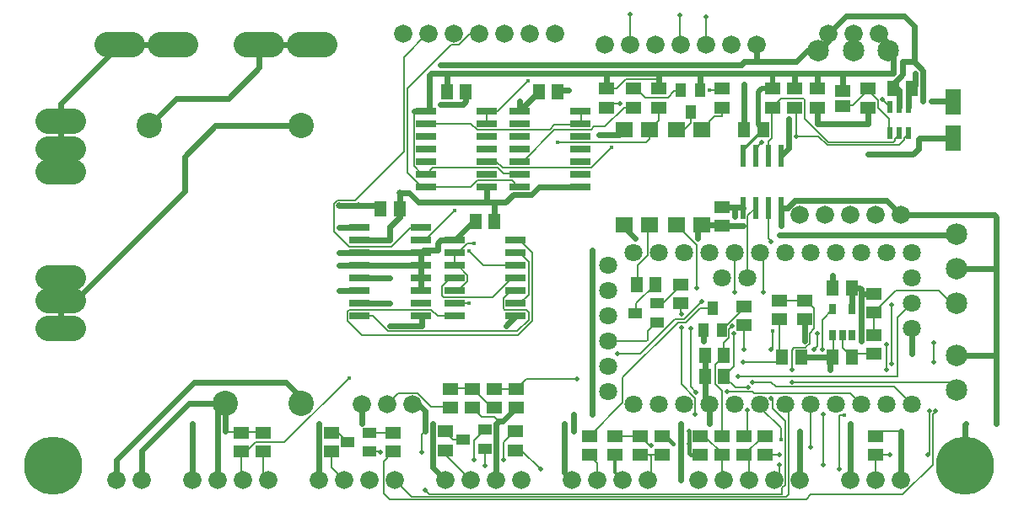
<source format=gbl>
G04 EAGLE Gerber RS-274X export*
G75*
%MOMM*%
%FSLAX34Y34*%
%LPD*%
%INBottom Copper*%
%IPPOS*%
%AMOC8*
5,1,8,0,0,1.08239X$1,22.5*%
G01*
%ADD10R,1.300000X1.500000*%
%ADD11C,1.828800*%
%ADD12R,1.500000X1.300000*%
%ADD13R,2.032000X0.660400*%
%ADD14R,1.000000X1.400000*%
%ADD15C,2.540000*%
%ADD16C,2.540000*%
%ADD17R,1.780000X1.550000*%
%ADD18C,2.160000*%
%ADD19R,0.550000X1.200000*%
%ADD20R,1.600200X1.168400*%
%ADD21R,1.600000X2.600000*%
%ADD22R,0.600000X2.200000*%
%ADD23R,1.400000X1.000000*%
%ADD24C,1.800000*%
%ADD25R,0.690000X0.990000*%
%ADD26C,5.842000*%
%ADD27C,0.609600*%
%ADD28C,0.502400*%
%ADD29C,0.127000*%
%ADD30C,0.304800*%
%ADD31C,0.406400*%
%ADD32C,0.452400*%
%ADD33C,0.152400*%
%ADD34C,0.652400*%
%ADD35C,0.508000*%


D10*
X387325Y298450D03*
X368325Y298450D03*
X482575Y285750D03*
X463575Y285750D03*
X454000Y415925D03*
X435000Y415925D03*
D11*
X492813Y474075D03*
X518213Y474075D03*
X543613Y474075D03*
X467413Y474075D03*
X442013Y474075D03*
X416613Y474075D03*
X391213Y474075D03*
X644213Y463550D03*
X618813Y463550D03*
X593413Y463550D03*
X669613Y463550D03*
X695013Y463550D03*
X720413Y463550D03*
X745813Y463550D03*
D12*
X647700Y400075D03*
X647700Y419075D03*
X711200Y419075D03*
X711200Y400075D03*
X622300Y419075D03*
X622300Y400075D03*
D13*
X475234Y396875D03*
X413766Y396875D03*
X475234Y384175D03*
X475234Y371475D03*
X413766Y384175D03*
X413766Y371475D03*
X475234Y358775D03*
X413766Y358775D03*
X475234Y346075D03*
X475234Y333375D03*
X413766Y346075D03*
X413766Y333375D03*
X475234Y320675D03*
X413766Y320675D03*
X569059Y396825D03*
X507591Y396825D03*
X569059Y384125D03*
X569059Y371425D03*
X507591Y384125D03*
X507591Y371425D03*
X569059Y358725D03*
X507591Y358725D03*
X569059Y346025D03*
X569059Y333325D03*
X507591Y346025D03*
X507591Y333325D03*
X569059Y320625D03*
X507591Y320625D03*
X408559Y279400D03*
X347091Y279400D03*
X408559Y266700D03*
X408559Y254000D03*
X347091Y266700D03*
X347091Y254000D03*
X408559Y241300D03*
X347091Y241300D03*
X408559Y228600D03*
X347091Y228600D03*
X408559Y215900D03*
X408559Y203200D03*
X347091Y215900D03*
X347091Y203200D03*
X408559Y190500D03*
X347091Y190500D03*
X503809Y266700D03*
X442341Y266700D03*
X503809Y254000D03*
X503809Y241300D03*
X442341Y254000D03*
X442341Y241300D03*
X503809Y228600D03*
X442341Y228600D03*
X503809Y215900D03*
X503809Y203200D03*
X442341Y215900D03*
X442341Y203200D03*
X503809Y190500D03*
X442341Y190500D03*
D10*
X546075Y415925D03*
X527075Y415925D03*
D14*
X679450Y395400D03*
X688950Y417400D03*
X669950Y417400D03*
D15*
X288200Y102550D03*
X212200Y102550D03*
X135800Y381950D03*
X288200Y381950D03*
D16*
X172550Y463550D02*
X147150Y463550D01*
X119550Y463550D02*
X94150Y463550D01*
X286850Y463550D02*
X312250Y463550D01*
X259250Y463550D02*
X233850Y463550D01*
D17*
X665163Y377900D03*
X690563Y377900D03*
X690563Y282500D03*
X665163Y282500D03*
D10*
X644500Y222250D03*
X625500Y222250D03*
D12*
X228600Y73000D03*
X228600Y54000D03*
X250825Y73000D03*
X250825Y54000D03*
X793750Y187350D03*
X793750Y206350D03*
D10*
X771550Y149225D03*
X790550Y149225D03*
D18*
X946150Y115813D03*
X946150Y150813D03*
D12*
X806450Y400075D03*
X806450Y419075D03*
X711200Y300013D03*
X711200Y281013D03*
D10*
X882675Y419100D03*
X901675Y419100D03*
D19*
X898500Y374349D03*
X889000Y374349D03*
X879500Y374349D03*
X879500Y400351D03*
X898500Y400351D03*
X889000Y400351D03*
D12*
X857250Y400075D03*
X857250Y419075D03*
D20*
X831850Y401955D03*
X831850Y417195D03*
D12*
X784225Y400075D03*
X784225Y419075D03*
X762000Y400075D03*
X762000Y419075D03*
D21*
X942975Y405350D03*
X942975Y369350D03*
D22*
X744538Y351438D03*
X744538Y299438D03*
X731838Y351438D03*
X757238Y351438D03*
X769938Y351438D03*
X731838Y299438D03*
X757238Y299438D03*
X769938Y299438D03*
D10*
X752450Y377825D03*
X733450Y377825D03*
D11*
X611188Y25400D03*
X585788Y25400D03*
X560388Y25400D03*
X636588Y25400D03*
D12*
X381000Y73000D03*
X381000Y54000D03*
X503238Y74588D03*
X503238Y55588D03*
D23*
X450963Y66675D03*
X472963Y57175D03*
X472963Y76175D03*
D11*
X230188Y25400D03*
X204788Y25400D03*
X179388Y25400D03*
X255588Y25400D03*
X738188Y25400D03*
X712788Y25400D03*
X687388Y25400D03*
X763588Y25400D03*
X788988Y25400D03*
X357188Y25400D03*
X331788Y25400D03*
X306388Y25400D03*
X382588Y25400D03*
X484188Y25400D03*
X458788Y25400D03*
X433388Y25400D03*
X509588Y25400D03*
X890588Y25400D03*
X865188Y25400D03*
X839788Y25400D03*
D24*
X901700Y254000D03*
X876300Y254000D03*
X850900Y254000D03*
X825500Y254000D03*
X800100Y254000D03*
X774700Y254000D03*
X749300Y254000D03*
X723900Y254000D03*
X698500Y254000D03*
X673100Y254000D03*
X647700Y254000D03*
X622300Y254000D03*
X901700Y228600D03*
X901700Y203200D03*
X901700Y177800D03*
X596900Y241300D03*
X596900Y215900D03*
X596900Y190500D03*
X596900Y165100D03*
X596900Y139700D03*
X596900Y114300D03*
X711200Y228600D03*
X736600Y228600D03*
X901700Y101600D03*
X876300Y101600D03*
X850900Y101600D03*
X825500Y101600D03*
X800100Y101600D03*
X774700Y101600D03*
X723900Y101600D03*
X698500Y101600D03*
X647700Y101600D03*
X622300Y101600D03*
X673100Y101600D03*
X749300Y101600D03*
D25*
X841350Y171250D03*
X831850Y171250D03*
X822350Y171250D03*
X822350Y197150D03*
X841350Y197150D03*
D12*
X863600Y212700D03*
X863600Y193700D03*
X863600Y152425D03*
X863600Y171425D03*
D10*
X822350Y149225D03*
X841350Y149225D03*
D12*
X768350Y187350D03*
X768350Y206350D03*
X482600Y117450D03*
X482600Y98450D03*
X504825Y117450D03*
X504825Y98450D03*
X438150Y98450D03*
X438150Y117450D03*
X460375Y117450D03*
X460375Y98450D03*
D11*
X400050Y101600D03*
X374650Y101600D03*
X349250Y101600D03*
D26*
X955000Y40000D03*
X40000Y40000D03*
D10*
X841350Y219075D03*
X822350Y219075D03*
D23*
X335075Y63500D03*
X357075Y54000D03*
X357075Y73000D03*
X624000Y193675D03*
X646000Y184175D03*
X646000Y203175D03*
D12*
X733425Y200000D03*
X733425Y181000D03*
X603250Y50825D03*
X603250Y69825D03*
D14*
X701675Y198325D03*
X692175Y176325D03*
X711175Y176325D03*
D12*
X577850Y50825D03*
X577850Y69825D03*
X669925Y222225D03*
X669925Y203225D03*
X650875Y50825D03*
X650875Y69825D03*
X628650Y69825D03*
X628650Y50825D03*
D17*
X638175Y282500D03*
X612775Y282500D03*
X612775Y377900D03*
X638175Y377900D03*
D18*
X946150Y203200D03*
X946150Y238200D03*
X946150Y273200D03*
D16*
X60325Y358775D02*
X34925Y358775D01*
X34925Y206375D02*
X60325Y206375D01*
D11*
X128588Y25400D03*
X103188Y25400D03*
D12*
X865188Y50825D03*
X865188Y69825D03*
X711200Y69825D03*
X711200Y50825D03*
X733425Y69825D03*
X733425Y50825D03*
X688975Y50825D03*
X688975Y69825D03*
X754063Y50825D03*
X754063Y69825D03*
D10*
X712763Y150813D03*
X693763Y150813D03*
X712763Y130175D03*
X693763Y130175D03*
D16*
X60325Y386715D02*
X34925Y386715D01*
X34925Y178435D02*
X60325Y178435D01*
X60325Y229235D02*
X34925Y229235D01*
X34925Y335915D02*
X60325Y335915D01*
D12*
X595313Y400075D03*
X595313Y419075D03*
D11*
X817613Y474075D03*
X843013Y474075D03*
X868413Y474075D03*
D12*
X319088Y54000D03*
X319088Y73000D03*
X433388Y55588D03*
X433388Y74588D03*
D11*
X839788Y292100D03*
X814388Y292100D03*
X788988Y292100D03*
X865188Y292100D03*
X890588Y292100D03*
D18*
X878000Y457000D03*
X843000Y457000D03*
X808000Y457000D03*
D27*
X839788Y82550D02*
X839788Y25400D01*
D28*
X839788Y82550D03*
D27*
X955000Y81875D02*
X955000Y40000D01*
X955000Y81875D02*
X955675Y82550D01*
D28*
X955675Y82550D03*
X669925Y82550D03*
D27*
X552450Y82550D02*
X552450Y33338D01*
X560388Y25400D01*
D28*
X552450Y82550D03*
D27*
X484281Y25493D02*
X484188Y25400D01*
X484281Y25493D02*
X484281Y82550D01*
D28*
X349250Y82550D03*
D27*
X349250Y101600D01*
X306388Y82550D02*
X306388Y25400D01*
D28*
X306388Y82550D03*
X179388Y82550D03*
D27*
X179388Y25400D01*
D28*
X986425Y82550D03*
D27*
X986425Y150813D01*
X986425Y238200D01*
D28*
X822325Y231775D03*
D27*
X822350Y231750D01*
X822350Y219075D01*
X698500Y101600D02*
X698500Y82550D01*
D28*
X698500Y82550D03*
X484281Y82550D03*
X901700Y152400D03*
D29*
X822960Y151130D02*
X822960Y170180D01*
X822350Y171250D01*
X822960Y151130D02*
X822350Y149225D01*
D27*
X986350Y238200D02*
X986425Y238200D01*
X986350Y238200D02*
X946150Y238200D01*
X946150Y150813D02*
X986425Y150813D01*
X103188Y46038D02*
X103188Y25400D01*
X180975Y123825D02*
X273050Y123825D01*
X288200Y108675D01*
X288200Y102550D01*
X180975Y123825D02*
X103188Y46038D01*
D28*
X669925Y25400D03*
D27*
X669925Y82550D01*
X901700Y152400D02*
X901700Y177800D01*
X986425Y238275D02*
X986425Y289925D01*
X986425Y238275D02*
X986350Y238200D01*
D30*
X611188Y25400D02*
X603250Y33338D01*
X603250Y50825D01*
D28*
X819150Y136525D03*
D27*
X819150Y146025D01*
X822350Y149225D01*
X790550Y149225D01*
X491218Y84843D02*
X487036Y84843D01*
X484743Y82550D01*
X484281Y82550D01*
X491218Y84843D02*
X504825Y98450D01*
D29*
X469925Y88900D02*
X460375Y98450D01*
X469925Y88900D02*
X482600Y88900D01*
X484743Y86757D01*
X484743Y82550D01*
D27*
X433388Y25400D02*
X420688Y38100D01*
D28*
X420688Y82550D03*
D27*
X420688Y38100D01*
X709713Y282500D02*
X711200Y281013D01*
X769938Y280988D02*
X769938Y299438D01*
X777275Y299438D01*
X784225Y306388D01*
X876300Y306388D01*
X890588Y292100D01*
X984250Y292100D01*
X986425Y289925D01*
D28*
X769938Y280988D03*
D27*
X693763Y150813D02*
X693763Y130175D01*
X612775Y279400D02*
X612775Y282500D01*
X612775Y279400D02*
X623888Y268288D01*
D28*
X623888Y268288D03*
X686800Y268288D03*
D27*
X686800Y278738D02*
X690563Y282500D01*
X686800Y278738D02*
X686800Y268288D01*
X690563Y282500D02*
X709713Y282500D01*
X693763Y106338D02*
X698500Y101600D01*
X693763Y106338D02*
X693763Y130175D01*
X711200Y281013D02*
X731813Y281013D01*
X731838Y280988D01*
D28*
X731838Y280988D03*
X890588Y74544D03*
D27*
X890588Y25400D01*
D28*
X788988Y74544D03*
D27*
X788988Y50800D01*
X788988Y25400D01*
X204788Y25400D02*
X204788Y100013D01*
X207325Y102550D02*
X212200Y102550D01*
X207325Y102550D02*
X204788Y100013D01*
D28*
X212200Y74544D03*
D27*
X212200Y102550D01*
D28*
X581025Y257175D03*
D27*
X581025Y165100D01*
D28*
X581025Y165100D03*
D27*
X581025Y92075D01*
D28*
X581025Y92075D03*
X561975Y92075D03*
D27*
X561975Y74544D01*
D28*
X561975Y74544D03*
X793750Y165100D03*
D27*
X793750Y187350D01*
X841350Y197150D02*
X841350Y219075D01*
X692175Y176325D02*
X692150Y176300D01*
X692150Y165100D01*
D28*
X692150Y165100D03*
D27*
X406400Y101600D02*
X400050Y101600D01*
X406400Y101600D02*
X412750Y95250D01*
D28*
X412750Y74544D03*
D27*
X412750Y95250D01*
D29*
X368275Y54000D02*
X357075Y54000D01*
X368275Y54000D02*
X368300Y53975D01*
D28*
X368300Y53975D03*
X409575Y53975D03*
D29*
X409575Y71369D02*
X412750Y74544D01*
X409575Y71369D02*
X409575Y53975D01*
X636270Y175260D02*
X645160Y184150D01*
X646000Y184175D01*
X228600Y73660D02*
X214630Y73660D01*
X212200Y74544D01*
X228600Y73660D02*
X250190Y73660D01*
X250825Y73000D01*
X228600Y73000D02*
X228600Y73660D01*
X596900Y165100D02*
X635000Y165100D01*
D27*
X128588Y55563D02*
X128588Y25400D01*
X175575Y102550D02*
X212200Y102550D01*
X175575Y102550D02*
X128588Y55563D01*
D29*
X635000Y165100D02*
X636270Y166370D01*
X636270Y175260D01*
X865188Y69825D02*
X869907Y74544D01*
X890588Y74544D01*
D28*
X850900Y165100D03*
D27*
X850900Y212725D01*
X850900Y217488D01*
X849313Y219075D01*
X841350Y219075D01*
X850925Y212700D02*
X863600Y212700D01*
X850925Y212700D02*
X850900Y212725D01*
D28*
X677693Y74544D03*
D29*
X754063Y50825D02*
X768325Y50825D01*
X768350Y50800D01*
D28*
X768350Y50800D03*
X788988Y50800D03*
D31*
X677693Y61913D02*
X677693Y74544D01*
X677693Y61913D02*
X677693Y52557D01*
X679450Y50800D01*
X688950Y50800D01*
X688975Y50825D01*
X654075Y69825D02*
X650875Y69825D01*
X654075Y69825D02*
X661988Y61913D01*
D28*
X661988Y61913D03*
X677693Y61913D03*
D29*
X472963Y57175D02*
X472963Y39800D01*
X473075Y39688D01*
D28*
X473075Y39688D03*
D27*
X944563Y271613D02*
X946150Y273200D01*
X944563Y271613D02*
X768500Y271613D01*
X722313Y300013D02*
X711200Y300013D01*
X722313Y300013D02*
X731263Y300013D01*
X731838Y299438D01*
X723900Y298425D02*
X722313Y300013D01*
X723900Y298425D02*
X723900Y290513D01*
D28*
X723900Y290513D03*
X768500Y271613D03*
D29*
X458788Y320675D02*
X413766Y320675D01*
X458788Y320675D02*
X465138Y327025D01*
X500063Y327025D01*
X506413Y320675D01*
X507591Y320625D01*
X413766Y320675D02*
X409575Y320675D01*
X395288Y334963D01*
X395288Y419100D01*
X439214Y463026D01*
X446589Y463026D01*
X457638Y474075D02*
X467413Y474075D01*
X457638Y474075D02*
X446589Y463026D01*
D28*
X669000Y493000D03*
D29*
X669000Y464163D01*
X669613Y463550D01*
X474663Y396875D02*
X474663Y384175D01*
X475234Y384175D01*
X475234Y396875D02*
X474663Y396875D01*
X475234Y396875D02*
X485775Y396875D01*
X515938Y427038D01*
D32*
X515938Y427038D03*
D29*
X458788Y384175D02*
X413766Y384175D01*
X458788Y384175D02*
X465138Y377825D01*
X538163Y377825D01*
X542925Y382588D01*
X568325Y382588D01*
X569059Y384125D01*
X569913Y384175D02*
X569913Y395288D01*
X569059Y396825D01*
X569913Y384175D02*
X569059Y384125D01*
X412750Y266700D02*
X408559Y266700D01*
X412750Y266700D02*
X442913Y296863D01*
D32*
X442913Y296863D03*
D28*
X695000Y491000D03*
D29*
X695000Y463563D01*
X695013Y463550D01*
X408559Y279400D02*
X398463Y279400D01*
X379413Y260350D01*
X336550Y260350D01*
X321450Y275450D01*
X324885Y306792D02*
X342792Y306792D01*
X321450Y303357D02*
X321450Y275450D01*
X321450Y303357D02*
X324885Y306792D01*
X392000Y356000D02*
X392000Y451000D01*
X415075Y474075D01*
X416613Y474075D01*
X392000Y356000D02*
X342792Y306792D01*
D28*
X619000Y494000D03*
D29*
X619000Y463738D01*
X618813Y463550D01*
X579438Y377825D02*
X542925Y377825D01*
X511175Y346075D01*
X508000Y346075D01*
X507591Y346025D01*
X612775Y400050D02*
X622300Y400050D01*
X612775Y400050D02*
X593725Y381000D01*
X582613Y381000D01*
X579438Y377825D01*
X622300Y400050D02*
X622300Y400075D01*
X595313Y400075D02*
X595313Y401638D01*
X457200Y203200D02*
X442341Y203200D01*
D32*
X457200Y203200D03*
D29*
X595313Y401638D02*
X597675Y404000D01*
X609000Y404000D01*
D28*
X609000Y404000D03*
D29*
X508000Y203200D02*
X503809Y203200D01*
X508000Y203200D02*
X516890Y212090D01*
X516890Y245110D01*
X508000Y254000D01*
X503809Y254000D01*
X442341Y190500D02*
X425450Y190500D01*
X419100Y196850D01*
X336550Y196850D01*
X334963Y195263D01*
X334963Y185738D01*
X349250Y171450D01*
X506413Y171450D01*
X520700Y185738D01*
X520700Y254000D01*
X508000Y266700D01*
X503809Y266700D01*
X442341Y228600D02*
X438150Y228600D01*
X430213Y220663D01*
X430213Y211138D01*
X431800Y209550D01*
X481013Y209550D01*
X500063Y228600D01*
X503809Y228600D01*
X446088Y215900D02*
X442341Y215900D01*
X446088Y215900D02*
X455613Y225425D01*
X455613Y231775D01*
X446088Y241300D01*
X442913Y241300D01*
X442913Y250825D01*
X442913Y254000D01*
X442341Y254000D01*
X442341Y241300D02*
X442913Y241300D01*
X455613Y263525D02*
X461963Y263525D01*
X455613Y263525D02*
X442913Y250825D01*
X442341Y254000D01*
D32*
X546100Y365125D03*
X461963Y263525D03*
D29*
X546100Y365125D02*
X634925Y365125D01*
X638175Y377900D02*
X647700Y387425D01*
X638175Y368375D02*
X634925Y365125D01*
X638175Y368375D02*
X638175Y377900D01*
X647700Y387425D02*
X647700Y400075D01*
X698500Y417513D02*
X711200Y417513D01*
X600075Y360363D02*
X579438Y339725D01*
X490538Y339725D01*
X484188Y346075D01*
X475234Y346075D01*
X711200Y417513D02*
X711200Y419075D01*
D32*
X698500Y417513D03*
X600075Y360363D03*
D29*
X360680Y190500D02*
X347091Y190500D01*
X360680Y190500D02*
X375920Y175260D01*
X505460Y175260D01*
X516890Y186690D01*
X516890Y194310D01*
X514350Y196850D01*
X492760Y196850D01*
X491490Y198120D01*
X491490Y208280D01*
X499110Y215900D01*
X503809Y215900D01*
X662940Y416560D02*
X669290Y416560D01*
X662940Y416560D02*
X656590Y410210D01*
X633730Y410210D01*
X626110Y417830D01*
X622300Y417830D01*
X669290Y416560D02*
X669950Y417400D01*
X622300Y417830D02*
X622300Y419075D01*
D27*
X159850Y463550D02*
X106850Y463550D01*
X47625Y404325D01*
X47625Y386715D01*
X47625Y358775D01*
X47625Y206375D02*
X47625Y178435D01*
X47625Y206375D02*
X53467Y212217D01*
X67374Y212217D01*
X171450Y316293D01*
X171450Y350838D01*
X202563Y381950D01*
X288200Y381950D01*
X163225Y409575D02*
X135800Y381950D01*
X163225Y409575D02*
X215900Y409575D01*
X246550Y440225D01*
X246550Y463550D01*
X299550Y463550D01*
D29*
X711200Y400075D02*
X711200Y391160D01*
X703823Y391160D02*
X690563Y377900D01*
X703823Y391160D02*
X711200Y391160D01*
X679450Y384810D02*
X672540Y377900D01*
X665163Y377900D01*
X679450Y384810D02*
X679450Y395400D01*
X228600Y54000D02*
X228600Y26988D01*
X230188Y25400D01*
X228600Y54610D02*
X233680Y54610D01*
X242570Y63500D01*
X271780Y63500D01*
X336550Y128270D01*
X228600Y54610D02*
X228600Y54000D01*
D32*
X336550Y128270D03*
D29*
X673100Y187325D02*
X690563Y204788D01*
D28*
X690563Y204788D03*
D29*
X653789Y177270D02*
X653520Y177270D01*
X628650Y152400D01*
X653789Y177270D02*
X663844Y187325D01*
X628650Y152400D02*
X606425Y152400D01*
D28*
X606425Y152400D03*
D29*
X663844Y187325D02*
X673100Y187325D01*
X757238Y268288D02*
X757238Y299438D01*
X757238Y268288D02*
X760413Y265113D01*
D28*
X760413Y265113D03*
D29*
X250190Y53340D02*
X250190Y30798D01*
X250190Y53340D02*
X250825Y54000D01*
X250190Y30798D02*
X255588Y25400D01*
D32*
X762000Y175260D03*
D29*
X417195Y11430D02*
X412750Y15875D01*
D28*
X412750Y15875D03*
D29*
X771525Y17712D02*
X774637Y20823D01*
X771525Y17712D02*
X771525Y11430D01*
X774637Y20823D02*
X774637Y85154D01*
X762000Y97790D01*
X771525Y11430D02*
X417195Y11430D01*
D33*
X762000Y158750D02*
X762000Y175260D01*
X762000Y158750D02*
X760413Y157163D01*
D28*
X760413Y157163D03*
X760413Y107950D03*
D33*
X762000Y106363D01*
X762000Y97790D01*
D29*
X736600Y228600D02*
X736600Y278745D01*
X736791Y278936D01*
X736791Y291691D02*
X744538Y299438D01*
X736791Y291691D02*
X736791Y278936D01*
X744538Y351438D02*
X744538Y358775D01*
X750888Y365125D01*
D28*
X750888Y365125D03*
X785813Y371475D03*
D29*
X785813Y398488D01*
X784225Y400075D01*
X785813Y371475D02*
X807620Y371475D01*
X816510Y362585D01*
X893655Y367560D02*
X893655Y369504D01*
X898500Y374349D01*
X888680Y362585D02*
X816510Y362585D01*
X888680Y362585D02*
X893655Y367560D01*
X878840Y374650D02*
X878840Y388620D01*
X867410Y400050D01*
X867410Y407670D01*
X857250Y417830D01*
X878840Y374650D02*
X879500Y374349D01*
X842010Y402590D02*
X831850Y402590D01*
X842010Y402590D02*
X857250Y417830D01*
X831850Y402590D02*
X831850Y401955D01*
X857250Y417830D02*
X857250Y419075D01*
X768350Y187350D02*
X768350Y152400D01*
X770890Y149860D01*
X771550Y149225D01*
X766788Y144463D01*
X731838Y144463D01*
D28*
X731838Y144463D03*
D29*
X381000Y73000D02*
X357075Y73000D01*
X335075Y63500D02*
X325575Y73000D01*
X319088Y73000D01*
X461963Y65175D02*
X472963Y76175D01*
D28*
X461963Y46038D03*
X492125Y46038D03*
D29*
X461963Y46038D02*
X461963Y65175D01*
X492125Y63475D02*
X492125Y46038D01*
X492125Y63475D02*
X503238Y74588D01*
X399098Y8890D02*
X775653Y8890D01*
X399098Y8890D02*
X382588Y25400D01*
X775653Y8890D02*
X777875Y11113D01*
X777875Y98425D01*
X774700Y101600D01*
X749300Y101600D02*
X749300Y98425D01*
X769938Y77788D01*
X769938Y66675D01*
D32*
X769938Y66675D03*
D28*
X876300Y161925D03*
D29*
X876300Y136525D01*
D28*
X876300Y136525D03*
X919163Y95250D03*
D29*
X919163Y52388D01*
X917575Y50800D01*
D28*
X917575Y50800D03*
X879475Y50800D03*
D29*
X865213Y50800D01*
X865188Y50825D01*
X865188Y50775D02*
X865188Y25400D01*
X865188Y50775D02*
X865213Y50800D01*
X377190Y6350D02*
X371158Y12383D01*
X377190Y6350D02*
X795338Y6350D01*
X800100Y11113D01*
X892175Y11113D02*
X922338Y41275D01*
X892175Y11113D02*
X800100Y11113D01*
X922338Y41275D02*
X922338Y92075D01*
X925513Y95250D01*
D28*
X925513Y95250D03*
X881063Y142875D03*
D29*
X881063Y201613D01*
D28*
X881063Y201613D03*
D29*
X381000Y54000D02*
X371158Y44158D01*
X371158Y12383D01*
D28*
X528638Y36513D03*
X828675Y36513D03*
D29*
X828675Y90488D01*
X833438Y90488D01*
D32*
X833438Y90488D03*
D28*
X923925Y144463D03*
D29*
X923925Y163513D01*
D28*
X923925Y163513D03*
D29*
X528638Y36513D02*
X509563Y55588D01*
X503238Y55588D01*
D28*
X806450Y173038D03*
D29*
X806450Y160338D02*
X803275Y157163D01*
X806450Y160338D02*
X806450Y173038D01*
D28*
X803275Y157163D03*
X812800Y92075D03*
X812800Y40866D03*
X768350Y41275D03*
D29*
X768350Y30163D01*
X763588Y25400D01*
X812800Y40866D02*
X812800Y92075D01*
X831850Y158750D02*
X831850Y171250D01*
X831850Y158750D02*
X840740Y149860D01*
X841350Y149225D01*
X844550Y152400D02*
X863600Y152400D01*
X844550Y152400D02*
X842010Y149860D01*
X863600Y152400D02*
X863600Y152425D01*
X842010Y149860D02*
X841350Y149225D01*
X863600Y171425D02*
X863600Y193700D01*
X941388Y203200D02*
X946150Y203200D01*
X941388Y203200D02*
X928688Y215900D01*
X885800Y215900D01*
X863600Y193700D01*
X793750Y206350D02*
X768350Y206350D01*
X783261Y158630D02*
X795218Y158630D01*
X783261Y158630D02*
X781050Y156419D01*
X781050Y136525D01*
D28*
X781050Y136525D03*
X781050Y123825D03*
D29*
X938138Y123825D02*
X946150Y115813D01*
X938138Y123825D02*
X781050Y123825D01*
X793750Y206350D02*
X795363Y206350D01*
X803275Y198438D01*
X803275Y177800D01*
X798703Y173228D02*
X798703Y163048D01*
X795218Y159563D02*
X795218Y158630D01*
X795218Y159563D02*
X798703Y163048D01*
X798703Y173228D02*
X803275Y177800D01*
X459740Y118110D02*
X438150Y118110D01*
X438150Y117450D01*
X459740Y118110D02*
X460375Y117450D01*
X478790Y99060D02*
X482600Y99060D01*
X478790Y99060D02*
X461010Y116840D01*
X482600Y99060D02*
X482600Y98450D01*
X461010Y116840D02*
X460375Y117450D01*
X887413Y188913D02*
X901700Y203200D01*
X887413Y188913D02*
X887413Y130175D01*
X727075Y130175D01*
D28*
X727075Y130175D03*
D29*
X504825Y117450D02*
X482600Y117450D01*
X504825Y117450D02*
X514375Y127000D01*
X565150Y127000D01*
D28*
X565150Y127000D03*
D29*
X438150Y99060D02*
X419100Y99060D01*
X405130Y113030D01*
X386080Y113030D01*
X374650Y101600D01*
X438150Y99060D02*
X438150Y98450D01*
D28*
X685800Y219075D03*
X679450Y177800D03*
D33*
X839788Y112713D02*
X850900Y101600D01*
X839788Y112713D02*
X769938Y112713D01*
D29*
X742950Y112713D01*
X741363Y114300D01*
X715963Y114300D01*
D28*
X715963Y114300D03*
D29*
X685800Y261863D02*
X665163Y282500D01*
X685800Y261863D02*
X685800Y219075D01*
X679450Y119550D02*
X685000Y114000D01*
D28*
X685000Y114000D03*
D29*
X679450Y119550D02*
X679450Y177800D01*
X669925Y192075D02*
X669925Y203225D01*
X669925Y192075D02*
X670000Y192000D01*
D28*
X670000Y192000D03*
X670000Y179000D03*
D29*
X684005Y97083D02*
X684000Y97078D01*
X684000Y92000D01*
X670000Y122109D02*
X670000Y179000D01*
X670000Y122109D02*
X684005Y108104D01*
X684005Y97083D01*
D28*
X684000Y92000D03*
D29*
X883892Y119408D02*
X901700Y101600D01*
X764830Y119408D02*
X760413Y123825D01*
X741363Y123825D01*
D28*
X741363Y123825D03*
X733425Y157163D03*
D29*
X733425Y181000D01*
X764830Y119408D02*
X883892Y119408D01*
X628650Y69825D02*
X603250Y69825D01*
X800100Y58738D02*
X800100Y101600D01*
D28*
X800100Y58738D03*
X639763Y60325D03*
D29*
X638150Y60325D01*
X628650Y69825D01*
X626110Y222250D02*
X626110Y241300D01*
X636270Y251460D01*
X636270Y280035D01*
X626110Y222250D02*
X625500Y222250D01*
X638175Y281940D02*
X638175Y282500D01*
X638175Y281940D02*
X636270Y280035D01*
X624840Y203200D02*
X624840Y194310D01*
X624840Y203200D02*
X643890Y222250D01*
X624840Y194310D02*
X624000Y193675D01*
X643890Y222250D02*
X644500Y222250D01*
X666750Y184150D02*
X674688Y184150D01*
X688658Y198120D01*
X701040Y198120D01*
X701675Y198325D01*
X611395Y103370D02*
X577850Y69825D01*
X611395Y103370D02*
X611395Y128795D01*
X666750Y184150D01*
X577850Y50825D02*
X585788Y42888D01*
X585788Y25400D01*
X711200Y176530D02*
X734060Y199390D01*
X711200Y176530D02*
X711175Y176325D01*
X733425Y200000D02*
X734060Y199390D01*
X651510Y203200D02*
X646430Y203200D01*
X651510Y203200D02*
X669290Y220980D01*
X646430Y203200D02*
X646000Y203175D01*
X669290Y220980D02*
X669925Y222225D01*
X650240Y50800D02*
X638175Y50800D01*
X628650Y50800D01*
X650240Y50800D02*
X650875Y50825D01*
X639763Y28575D02*
X636588Y25400D01*
X639763Y28575D02*
X639763Y49213D01*
X638175Y50800D01*
X628650Y50800D02*
X628650Y50825D01*
D34*
X387350Y314325D03*
D27*
X475234Y305816D02*
X476250Y304800D01*
X475234Y305816D02*
X475234Y320675D01*
X482600Y304800D02*
X493713Y304800D01*
X482600Y304800D02*
X476250Y304800D01*
X482600Y285775D02*
X482575Y285750D01*
X482600Y285775D02*
X482600Y304800D01*
X396875Y314325D02*
X387350Y314325D01*
X396875Y314325D02*
X406400Y304800D01*
X476250Y304800D01*
X387325Y298450D02*
X387325Y314300D01*
X387350Y314325D01*
X377825Y266700D02*
X347091Y266700D01*
D28*
X377825Y266700D03*
D27*
X377825Y228600D02*
X347091Y228600D01*
D28*
X377825Y228600D03*
D27*
X377825Y203200D02*
X347091Y203200D01*
D28*
X377825Y203200D03*
X377825Y180975D03*
D27*
X409575Y180975D01*
X409575Y189484D01*
X408559Y190500D01*
X494284Y180975D02*
X503809Y190500D01*
D28*
X908050Y368300D03*
D27*
X909100Y369350D01*
X942975Y369350D01*
X908050Y368300D02*
X908050Y358775D01*
X902300Y353025D01*
X857250Y353025D01*
X857250Y384175D02*
X857250Y400075D01*
D28*
X857250Y384175D03*
X857250Y353025D03*
D27*
X806450Y384175D02*
X806450Y400075D01*
X806450Y384175D02*
X857250Y384175D01*
D28*
X733425Y446088D03*
X733425Y423863D03*
X587375Y373063D03*
D27*
X377825Y280055D02*
X377825Y266700D01*
X387325Y289555D02*
X387325Y298450D01*
X387325Y289555D02*
X377825Y280055D01*
X454000Y406375D02*
X454000Y415925D01*
X450850Y403225D02*
X428625Y403225D01*
D28*
X428625Y403225D03*
D27*
X450850Y403225D02*
X454000Y406375D01*
D28*
X493713Y304800D03*
X494284Y180975D03*
D27*
X733425Y390525D02*
X733425Y423863D01*
X733425Y390525D02*
X733425Y377850D01*
X733450Y377825D01*
X889000Y400351D02*
X889000Y417513D01*
X887413Y419100D01*
X882675Y419100D01*
X882675Y423888D01*
X892250Y433463D01*
X746000Y446088D02*
X733425Y446088D01*
X746000Y446088D02*
X785813Y446088D01*
X892250Y446013D02*
X892250Y433463D01*
X892250Y446013D02*
X892175Y446088D01*
D28*
X428625Y442913D03*
D27*
X557213Y442913D01*
X582613Y442913D01*
X730250Y442913D01*
X733425Y446088D01*
D28*
X912813Y406400D03*
D27*
X904180Y446088D02*
X892175Y446088D01*
X912813Y437455D02*
X912813Y406400D01*
X912813Y437455D02*
X904180Y446088D01*
D28*
X785813Y446088D03*
X582613Y442913D03*
D27*
X547663Y417513D02*
X546075Y415925D01*
X547663Y417513D02*
X557213Y417513D01*
D28*
X557213Y417513D03*
X557213Y442913D03*
D27*
X769938Y351438D02*
X777875Y359375D01*
X777875Y388938D01*
D28*
X777875Y388938D03*
X733425Y390525D03*
D27*
X612775Y377900D02*
X607938Y373063D01*
X587375Y373063D01*
X501918Y313005D02*
X493713Y304800D01*
X501918Y313005D02*
X519540Y313005D01*
X527160Y320625D02*
X546100Y320625D01*
X569059Y320625D01*
X527160Y320625D02*
X519540Y313005D01*
D28*
X546100Y320625D03*
D27*
X785813Y446088D02*
X796725Y457000D01*
X808000Y457000D01*
X817613Y466613D01*
X817613Y474075D01*
X835538Y492000D01*
X894000Y492000D01*
X904180Y481820D01*
X904180Y446088D01*
X745813Y446275D02*
X745813Y463550D01*
X745813Y446275D02*
X746000Y446088D01*
D34*
X346075Y301625D03*
D27*
X327025Y301625D01*
D34*
X327025Y301625D03*
D27*
X647700Y434975D02*
X688975Y434975D01*
X762000Y434975D01*
X784225Y434975D01*
X806450Y434975D01*
X831850Y434975D01*
X836613Y434975D01*
X882650Y434975D01*
X526691Y415925D02*
X507591Y396825D01*
X526691Y415925D02*
X527075Y415925D01*
X507591Y405991D02*
X507591Y396825D01*
X507591Y405991D02*
X508000Y406400D01*
D28*
X508000Y406400D03*
X508000Y434975D03*
X419100Y434975D03*
D27*
X413766Y396875D02*
X401638Y396875D01*
X347091Y215900D02*
X327025Y215900D01*
D28*
X327025Y215900D03*
D27*
X327025Y241300D02*
X347091Y241300D01*
D28*
X327025Y241300D03*
D27*
X327025Y254000D02*
X347091Y254000D01*
D28*
X327025Y254000D03*
D27*
X347091Y254000D02*
X408559Y254000D01*
X408559Y241300D02*
X347091Y241300D01*
X408559Y241300D02*
X408559Y254000D01*
X408559Y241300D02*
X408559Y228600D01*
X408559Y215900D01*
X347091Y279400D02*
X327025Y279400D01*
D28*
X327025Y279400D03*
D27*
X408559Y254000D02*
X411734Y257175D01*
X425450Y257175D01*
X425450Y263525D01*
X428625Y266700D01*
X442341Y266700D01*
X461391Y285750D01*
X463575Y285750D01*
X688950Y417400D02*
X688950Y434950D01*
X688975Y434975D01*
X647700Y428625D02*
X647700Y419075D01*
X647700Y428625D02*
X647700Y434975D01*
D28*
X882650Y434975D03*
X920750Y406400D03*
D27*
X941925Y406400D01*
X942975Y405350D01*
X831850Y417195D02*
X831850Y434975D01*
X784250Y434950D02*
X784225Y434975D01*
X784250Y434950D02*
X784250Y419100D01*
X784225Y419075D01*
X806450Y419075D02*
X806450Y434975D01*
D29*
X506730Y334010D02*
X491490Y334010D01*
X485775Y339725D01*
X506730Y334010D02*
X507591Y333325D01*
X401638Y341313D02*
X401638Y396875D01*
X420688Y339725D02*
X485775Y339725D01*
X414338Y333375D02*
X413766Y333375D01*
X414338Y333375D02*
X420688Y339725D01*
X413766Y333375D02*
X409575Y333375D01*
X401638Y341313D01*
D27*
X413766Y396875D02*
X415950Y396875D01*
X419100Y434975D02*
X434975Y434975D01*
X508000Y434975D01*
X435000Y434950D02*
X435000Y415925D01*
X435000Y434950D02*
X434975Y434975D01*
X417100Y398025D02*
X415950Y396875D01*
X417100Y398025D02*
X417100Y432975D01*
X419100Y434975D01*
X365150Y301625D02*
X346075Y301625D01*
X365150Y301625D02*
X368325Y298450D01*
D35*
X747713Y382563D02*
X747713Y415925D01*
X747713Y382563D02*
X752450Y377825D01*
X762000Y419075D02*
X762000Y434975D01*
X750863Y419075D02*
X747713Y415925D01*
X750863Y419075D02*
X762000Y419075D01*
D29*
X604838Y419100D02*
X595313Y419100D01*
X604838Y419100D02*
X614363Y428625D01*
X647700Y428625D01*
X595313Y419100D02*
X595313Y419075D01*
D27*
X898500Y415925D02*
X898500Y400351D01*
X898500Y415925D02*
X901675Y419100D01*
D28*
X904875Y434975D03*
D27*
X904875Y422300D01*
X901675Y419100D01*
X593000Y434975D02*
X508000Y434975D01*
X593000Y434975D02*
X647700Y434975D01*
D28*
X836613Y434975D03*
D30*
X752450Y377825D02*
X731838Y357213D01*
X731838Y351438D01*
D27*
X882650Y434975D02*
X882650Y452350D01*
X878000Y457000D01*
X878000Y464488D01*
X868413Y474075D01*
D28*
X593000Y434975D03*
D27*
X595313Y432663D02*
X595313Y419075D01*
X595313Y432663D02*
X593000Y434975D01*
D29*
X503809Y241300D02*
X471488Y241300D01*
X457200Y255588D01*
D32*
X457200Y255588D03*
D29*
X884238Y368300D02*
X889000Y373063D01*
X884238Y368300D02*
X884238Y366713D01*
X882650Y365125D01*
X817563Y365125D01*
X793750Y388938D01*
X793750Y407988D01*
X792163Y409575D01*
X769938Y409575D01*
X889000Y374349D02*
X889000Y373063D01*
X762000Y400050D02*
X762000Y400075D01*
X762000Y400050D02*
X762794Y399256D01*
X762000Y401638D02*
X769938Y409575D01*
X762000Y401638D02*
X762000Y400075D01*
X760855Y369536D02*
X757238Y365918D01*
X760855Y397318D02*
X762794Y399256D01*
X760855Y397318D02*
X760855Y369536D01*
X757238Y365918D02*
X757238Y351438D01*
X749300Y254000D02*
X752475Y250825D01*
X752475Y214313D01*
D28*
X752475Y214313D03*
X722497Y172579D03*
X737218Y118717D03*
X736113Y95737D03*
D29*
X736113Y72513D01*
X733425Y69825D01*
X722497Y139910D02*
X722497Y172579D01*
X722497Y139910D02*
X712763Y130175D01*
X724221Y118717D02*
X737218Y118717D01*
X724221Y118717D02*
X712763Y130175D01*
X723900Y214313D02*
X723900Y254000D01*
D28*
X723900Y214313D03*
X721308Y180392D03*
D29*
X718080Y177163D01*
X718080Y168536D01*
X712763Y163218D02*
X712763Y150813D01*
X712763Y163218D02*
X718080Y168536D01*
X712763Y150813D02*
X712763Y150044D01*
X711200Y115043D02*
X711200Y69825D01*
X711200Y115043D02*
X704358Y121886D01*
X704358Y141639D01*
X712763Y150044D01*
X711200Y50825D02*
X711200Y26988D01*
X712788Y25400D01*
X695325Y68263D02*
X688975Y68263D01*
X695325Y68263D02*
X711200Y52388D01*
X688975Y68263D02*
X688975Y69825D01*
X711200Y52388D02*
X711200Y50825D01*
X733425Y50800D02*
X738188Y50800D01*
X733425Y50800D02*
X733425Y50825D01*
X738188Y50800D02*
X738188Y25400D01*
X738188Y50800D02*
X733425Y50825D01*
X752425Y69825D01*
X754063Y69825D01*
D28*
X812000Y157000D03*
D29*
X812000Y186800D01*
X822350Y197150D01*
D28*
X871827Y407988D03*
D29*
X879464Y400351D01*
X879500Y400351D01*
X331788Y25400D02*
X319088Y38100D01*
X319088Y54000D01*
X441300Y66675D02*
X450963Y66675D01*
X441300Y66675D02*
X433388Y74588D01*
X433388Y50800D02*
X458788Y25400D01*
X433388Y50800D02*
X433388Y55588D01*
M02*

</source>
